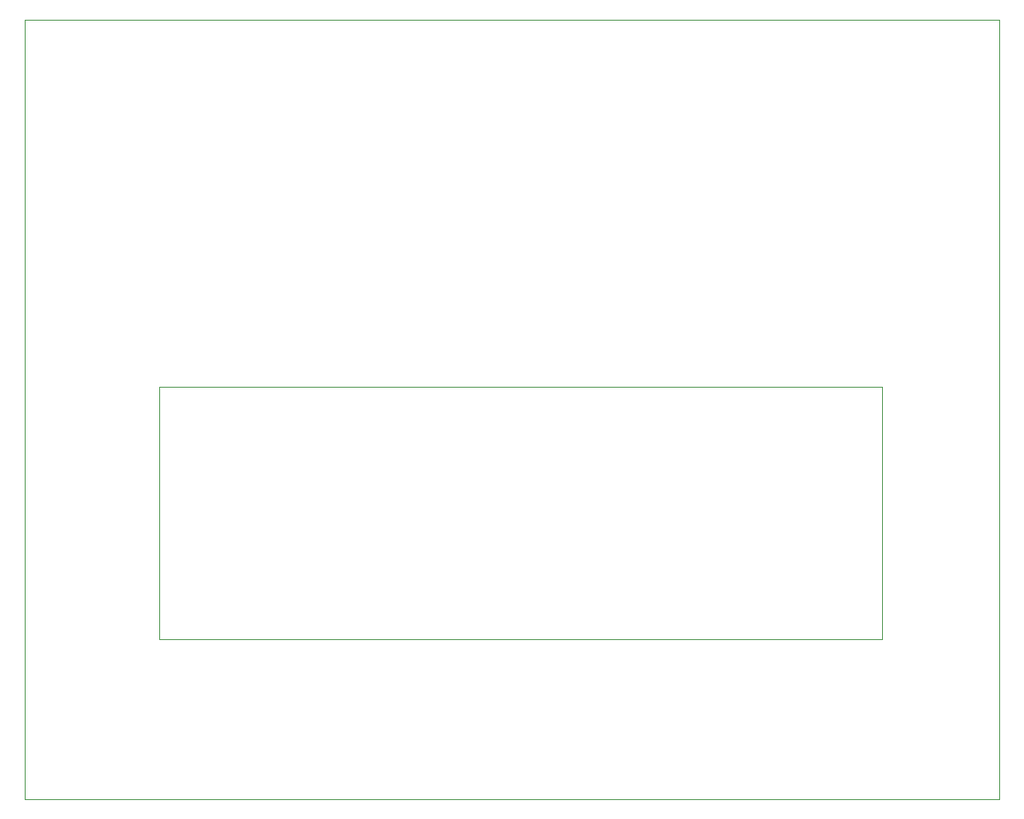
<source format=gbr>
%FSLAX34Y34*%
G04 Gerber Fmt 3.4, Leading zero omitted, Abs format*
G04 (created by PCBNEW (2014-02-26 BZR 4721)-product) date Donnerstag, 25. Dezember 2014 16:09:47*
%MOIN*%
G01*
G70*
G90*
G04 APERTURE LIST*
%ADD10C,0.005906*%
%ADD11C,0.003937*%
G04 APERTURE END LIST*
G54D10*
G54D11*
X34800Y-36600D02*
X64000Y-36600D01*
X34800Y-46800D02*
X34800Y-36600D01*
X64000Y-46800D02*
X34800Y-46800D01*
X64000Y-36600D02*
X64000Y-46800D01*
X68753Y-21753D02*
X68753Y-53249D01*
X29383Y-21753D02*
X68753Y-21753D01*
X29383Y-53249D02*
X29383Y-21753D01*
X68753Y-53249D02*
X29383Y-53249D01*
M02*

</source>
